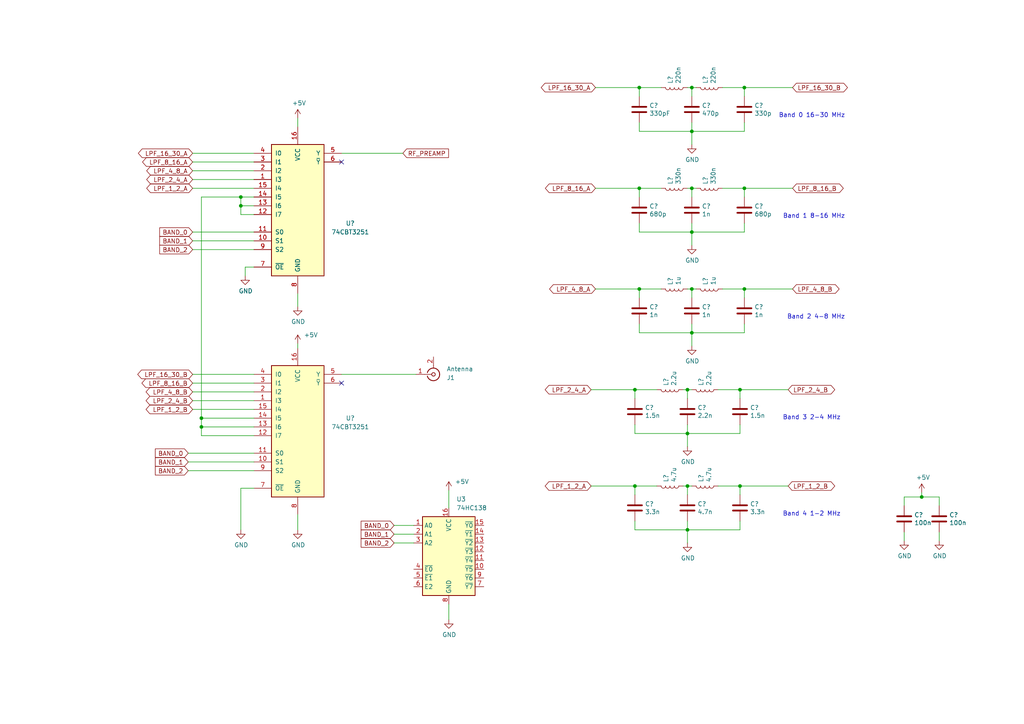
<source format=kicad_sch>
(kicad_sch (version 20231120) (generator "eeschema") (generator_version "8.0")
  (paper "A4")
  (lib_symbols
    (symbol "74xx:74HC138"
      (property "Reference" "U" (at -7.62 13.97 0))
      (property "Value" "74HC138" (at 2.54 -11.43 0))
      (symbol "74HC138_0_1"
        (rectangle (start -7.62 12.7) (end 7.62 -10.16) (stroke (width 0.254)) (fill (type background)))
      )
      (symbol "74HC138_1_1"
        (pin input line (at -10.16 10.16 0) (length 2.54) (name "A0") (number "1"))
        (pin output line (at 10.16 -2.54 180) (length 2.54) (name "~{Y5}") (number "10"))
        (pin output line (at 10.16 0 180) (length 2.54) (name "~{Y4}") (number "11"))
        (pin output line (at 10.16 2.54 180) (length 2.54) (name "~{Y3}") (number "12"))
        (pin output line (at 10.16 5.08 180) (length 2.54) (name "~{Y2}") (number "13"))
        (pin output line (at 10.16 7.62 180) (length 2.54) (name "~{Y1}") (number "14"))
        (pin output line (at 10.16 10.16 180) (length 2.54) (name "~{Y0}") (number "15"))
        (pin power_in line (at 0 15.24 270) (length 2.54) (name "VCC") (number "16"))
        (pin input line (at -10.16 7.62 0) (length 2.54) (name "A1") (number "2"))
        (pin input line (at -10.16 5.08 0) (length 2.54) (name "A2") (number "3"))
        (pin input line (at -10.16 -2.54 0) (length 2.54) (name "~{E0}") (number "4"))
        (pin input line (at -10.16 -5.08 0) (length 2.54) (name "~{E1}") (number "5"))
        (pin input line (at -10.16 -7.62 0) (length 2.54) (name "E2") (number "6"))
        (pin output line (at 10.16 -7.62 180) (length 2.54) (name "~{Y7}") (number "7"))
        (pin power_in line (at 0 -12.7 90) (length 2.54) (name "GND") (number "8"))
        (pin output line (at 10.16 -5.08 180) (length 2.54) (name "~{Y6}") (number "9"))
      )
    )
    (symbol "74xx:74LS251" (pin_names (offset 1.016))
      (property "Reference" "U" (at -7.62 19.05 0))
      (property "Value" "74LS251" (at -7.62 -21.59 0))
      (symbol "74LS251_1_0"
        (pin input line (at -12.7 7.62 0) (length 5.08) (name "I3") (number "1"))
        (pin input line (at -12.7 -10.16 0) (length 5.08) (name "S1") (number "10"))
        (pin input line (at -12.7 -7.62 0) (length 5.08) (name "S0") (number "11"))
        (pin input line (at -12.7 -2.54 0) (length 5.08) (name "I7") (number "12"))
        (pin input line (at -12.7 0 0) (length 5.08) (name "I6") (number "13"))
        (pin input line (at -12.7 2.54 0) (length 5.08) (name "I5") (number "14"))
        (pin input line (at -12.7 5.08 0) (length 5.08) (name "I4") (number "15"))
        (pin power_in line (at 0 22.86 270) (length 5.08) (name "VCC") (number "16"))
        (pin input line (at -12.7 10.16 0) (length 5.08) (name "I2") (number "2"))
        (pin input line (at -12.7 12.7 0) (length 5.08) (name "I1") (number "3"))
        (pin input line (at -12.7 15.24 0) (length 5.08) (name "I0") (number "4"))
        (pin tri_state line (at 12.7 15.24 180) (length 5.08) (name "Y") (number "5"))
        (pin tri_state line (at 12.7 12.7 180) (length 5.08) (name "~{Y}") (number "6"))
        (pin input line (at -12.7 -17.78 0) (length 5.08) (name "~{OE}") (number "7"))
        (pin power_in line (at 0 -25.4 90) (length 5.08) (name "GND") (number "8"))
        (pin input line (at -12.7 -12.7 0) (length 5.08) (name "S2") (number "9"))
      )
      (symbol "74LS251_1_1"
        (rectangle (start -7.62 17.78) (end 7.62 -20.32) (stroke (width 0.254)) (fill (type background)))
      )
    )
    (symbol "Connector:Conn_Coaxial" (pin_names (offset 1.016) hide)
      (property "Reference" "J" (at 0.254 3.048 0))
      (property "Value" "Conn_Coaxial" (at 2.921 0 90))
      (symbol "Conn_Coaxial_0_1"
        (arc (start -1.778 -0.508) (mid 0.2311 -1.8066) (end 1.778 0) (stroke (width 0.254)))
        (polyline (pts (xy -2.54 0) (xy -0.508 0)))
        (polyline (pts (xy 0 -2.54) (xy 0 -1.778)))
        (circle (center 0 0) (radius 0.508) (stroke (width 0.2032)))
        (arc (start 1.778 0) (mid 0.2099 1.8101) (end -1.778 0.508) (stroke (width 0.254)))
      )
      (symbol "Conn_Coaxial_1_1"
        (pin passive line (at -5.08 0 0) (length 2.54) (name "In") (number "1"))
        (pin passive line (at 0 -5.08 90) (length 2.54) (name "Ext") (number "2"))
      )
    )
    (symbol "Device:C" (pin_numbers hide) (pin_names (offset 0.254))
      (property "Reference" "C" (at 0.635 2.54 0))
      (property "Value" "C" (at 0.635 -2.54 0))
      (symbol "C_0_1"
        (polyline (pts (xy -2.032 -0.762) (xy 2.032 -0.762)) (stroke (width 0.508)))
        (polyline (pts (xy -2.032 0.762) (xy 2.032 0.762)) (stroke (width 0.508)))
      )
      (symbol "C_1_1"
        (pin passive line (at 0 3.81 270) (length 2.794) (name "~") (number "1"))
        (pin passive line (at 0 -3.81 90) (length 2.794) (name "~") (number "2"))
      )
    )
    (symbol "Device:L" (pin_numbers hide) (pin_names (offset 1.016) hide)
      (property "Reference" "L" (at -1.27 0 90))
      (property "Value" "L" (at 1.905 0 90))
      (symbol "L_0_1"
        (arc (start 0 -2.54) (mid 0.6323 -1.905) (end 0 -1.27))
        (arc (start 0 -1.27) (mid 0.6323 -0.635) (end 0 0))
        (arc (start 0 0) (mid 0.6323 0.635) (end 0 1.27))
        (arc (start 0 1.27) (mid 0.6323 1.905) (end 0 2.54))
      )
      (symbol "L_1_1"
        (pin passive line (at 0 3.81 270) (length 1.27) (name "1") (number "1"))
        (pin passive line (at 0 -3.81 90) (length 1.27) (name "2") (number "2"))
      )
    )
    (symbol "power:+5V" (power) (pin_names (offset 0))
      (property "Value" "+5V" (at 0 3.556 0))
      (symbol "+5V_0_1"
        (polyline (pts (xy -0.762 1.27) (xy 0 2.54)))
        (polyline (pts (xy 0 0) (xy 0 2.54)))
        (polyline (pts (xy 0 2.54) (xy 0.762 1.27)))
      )
      (symbol "+5V_1_1"
        (pin power_in line (at 0 0 90) (length 0) hide (name "+5V") (number "1"))
      )
    )
    (symbol "power:GND" (power) (pin_names (offset 0))
      (property "Value" "GND" (at 0 -3.81 0))
      (symbol "GND_0_1"
        (polyline (pts (xy 0 0) (xy 0 -1.27) (xy 1.27 -1.27) (xy 0 -2.54) (xy -1.27 -1.27) (xy 0 -1.27)))
      )
      (symbol "GND_1_1"
        (pin power_in line (at 0 0 270) (length 0) hide (name "GND") (number "1"))
      )
    )
  )
  (junction (at 185.42 54.61))
  (junction (at 200.66 25.4))
  (junction (at 184.15 140.97))
  (junction (at 200.66 38.1))
  (junction (at 200.66 96.52))
  (junction (at 184.15 113.03))
  (junction (at 185.42 83.82))
  (junction (at 199.39 113.03))
  (junction (at 199.39 153.67))
  (junction (at 200.66 67.31))
  (junction (at 200.66 83.82))
  (junction (at 58.42 123.825))
  (junction (at 58.42 121.285))
  (junction (at 215.9 25.4))
  (junction (at 267.335 144.145))
  (junction (at 69.85 59.69))
  (junction (at 185.42 25.4))
  (junction (at 200.66 54.61))
  (junction (at 214.63 113.03))
  (junction (at 199.39 125.73))
  (junction (at 215.9 83.82))
  (junction (at 69.85 57.15))
  (junction (at 214.63 140.97))
  (junction (at 215.9 54.61))
  (junction (at 199.39 140.97))
  (no_connect (at 99.06 111.125))
  (no_connect (at 99.06 46.99))
  (wire (pts (xy 200.66 25.4) (xy 200.66 27.94)))
  (wire (pts (xy 71.12 80.01) (xy 71.12 77.47)))
  (wire (pts (xy 272.415 154.305) (xy 272.415 156.845)))
  (wire (pts (xy 86.36 85.09) (xy 86.36 88.9)))
  (wire (pts (xy 200.66 83.82) (xy 200.66 86.36)))
  (wire (pts (xy 184.15 151.13) (xy 184.15 153.67)))
  (wire (pts (xy 58.42 121.285) (xy 73.66 121.285)))
  (wire (pts (xy 215.9 35.56) (xy 215.9 38.1)))
  (wire (pts (xy 55.88 54.61) (xy 73.66 54.61)))
  (wire (pts (xy 209.55 54.61) (xy 215.9 54.61)))
  (wire (pts (xy 69.85 141.605) (xy 69.85 153.67)))
  (wire (pts (xy 172.72 54.61) (xy 185.42 54.61)))
  (wire (pts (xy 69.85 141.605) (xy 73.66 141.605)))
  (wire (pts (xy 215.9 54.61) (xy 229.87 54.61)))
  (wire (pts (xy 200.66 64.77) (xy 200.66 67.31)))
  (wire (pts (xy 214.63 123.19) (xy 214.63 125.73)))
  (wire (pts (xy 54.61 136.525) (xy 73.66 136.525)))
  (wire (pts (xy 185.42 38.1) (xy 200.66 38.1)))
  (wire (pts (xy 214.63 113.03) (xy 228.6 113.03)))
  (wire (pts (xy 215.9 54.61) (xy 215.9 57.15)))
  (wire (pts (xy 185.42 67.31) (xy 200.66 67.31)))
  (wire (pts (xy 55.88 46.99) (xy 73.66 46.99)))
  (wire (pts (xy 215.9 25.4) (xy 229.87 25.4)))
  (wire (pts (xy 58.42 126.365) (xy 73.66 126.365)))
  (wire (pts (xy 86.36 149.225) (xy 86.36 153.67)))
  (wire (pts (xy 185.42 64.77) (xy 185.42 67.31)))
  (wire (pts (xy 55.88 113.665) (xy 73.66 113.665)))
  (wire (pts (xy 171.45 140.97) (xy 184.15 140.97)))
  (wire (pts (xy 185.42 54.61) (xy 191.77 54.61)))
  (wire (pts (xy 55.88 118.745) (xy 73.66 118.745)))
  (wire (pts (xy 73.66 59.69) (xy 69.85 59.69)))
  (wire (pts (xy 55.88 69.85) (xy 73.66 69.85)))
  (wire (pts (xy 114.3 154.94) (xy 120.015 154.94)))
  (wire (pts (xy 200.66 67.31) (xy 200.66 71.12)))
  (wire (pts (xy 185.42 83.82) (xy 191.77 83.82)))
  (wire (pts (xy 184.15 125.73) (xy 199.39 125.73)))
  (wire (pts (xy 214.63 140.97) (xy 228.6 140.97)))
  (wire (pts (xy 58.42 123.825) (xy 73.66 123.825)))
  (wire (pts (xy 200.66 54.61) (xy 200.66 57.15)))
  (wire (pts (xy 185.42 54.61) (xy 185.42 57.15)))
  (wire (pts (xy 184.15 140.97) (xy 190.5 140.97)))
  (wire (pts (xy 71.12 77.47) (xy 73.66 77.47)))
  (wire (pts (xy 272.415 146.685) (xy 272.415 144.145)))
  (wire (pts (xy 267.335 142.875) (xy 267.335 144.145)))
  (wire (pts (xy 114.3 157.48) (xy 120.015 157.48)))
  (wire (pts (xy 198.12 113.03) (xy 199.39 113.03)))
  (wire (pts (xy 73.66 108.585) (xy 55.88 108.585)))
  (wire (pts (xy 199.39 83.82) (xy 200.66 83.82)))
  (wire (pts (xy 185.42 25.4) (xy 185.42 27.94)))
  (wire (pts (xy 262.255 144.145) (xy 262.255 146.685)))
  (wire (pts (xy 172.72 25.4) (xy 185.42 25.4)))
  (wire (pts (xy 214.63 151.13) (xy 214.63 153.67)))
  (wire (pts (xy 208.28 140.97) (xy 214.63 140.97)))
  (wire (pts (xy 200.66 54.61) (xy 201.93 54.61)))
  (wire (pts (xy 185.42 25.4) (xy 191.77 25.4)))
  (wire (pts (xy 58.42 123.825) (xy 58.42 121.285)))
  (wire (pts (xy 215.9 93.98) (xy 215.9 96.52)))
  (wire (pts (xy 267.335 144.145) (xy 262.255 144.145)))
  (wire (pts (xy 55.88 111.125) (xy 73.66 111.125)))
  (wire (pts (xy 200.66 93.98) (xy 200.66 96.52)))
  (wire (pts (xy 185.42 93.98) (xy 185.42 96.52)))
  (wire (pts (xy 199.39 125.73) (xy 199.39 129.54)))
  (wire (pts (xy 214.63 140.97) (xy 214.63 143.51)))
  (wire (pts (xy 185.42 83.82) (xy 185.42 86.36)))
  (wire (pts (xy 214.63 113.03) (xy 214.63 115.57)))
  (wire (pts (xy 199.39 140.97) (xy 199.39 143.51)))
  (wire (pts (xy 86.36 34.29) (xy 86.36 36.83)))
  (wire (pts (xy 69.85 57.15) (xy 69.85 59.69)))
  (wire (pts (xy 200.66 67.31) (xy 215.9 67.31)))
  (wire (pts (xy 114.3 152.4) (xy 120.015 152.4)))
  (wire (pts (xy 86.36 99.695) (xy 86.36 100.965)))
  (wire (pts (xy 55.88 44.45) (xy 73.66 44.45)))
  (wire (pts (xy 69.85 59.69) (xy 69.85 62.23)))
  (wire (pts (xy 199.39 153.67) (xy 199.39 157.48)))
  (wire (pts (xy 199.39 151.13) (xy 199.39 153.67)))
  (wire (pts (xy 199.39 153.67) (xy 214.63 153.67)))
  (wire (pts (xy 184.15 123.19) (xy 184.15 125.73)))
  (wire (pts (xy 184.15 113.03) (xy 190.5 113.03)))
  (wire (pts (xy 200.66 96.52) (xy 200.66 100.33)))
  (wire (pts (xy 130.175 175.26) (xy 130.175 179.705)))
  (wire (pts (xy 199.39 113.03) (xy 200.66 113.03)))
  (wire (pts (xy 99.06 108.585) (xy 120.65 108.585)))
  (wire (pts (xy 215.9 25.4) (xy 215.9 27.94)))
  (wire (pts (xy 199.39 125.73) (xy 214.63 125.73)))
  (wire (pts (xy 55.88 49.53) (xy 73.66 49.53)))
  (wire (pts (xy 215.9 83.82) (xy 229.87 83.82)))
  (wire (pts (xy 185.42 35.56) (xy 185.42 38.1)))
  (wire (pts (xy 200.66 96.52) (xy 215.9 96.52)))
  (wire (pts (xy 215.9 83.82) (xy 215.9 86.36)))
  (wire (pts (xy 262.255 154.305) (xy 262.255 156.845)))
  (wire (pts (xy 209.55 83.82) (xy 215.9 83.82)))
  (wire (pts (xy 172.72 83.82) (xy 185.42 83.82)))
  (wire (pts (xy 200.66 38.1) (xy 200.66 41.91)))
  (wire (pts (xy 199.39 54.61) (xy 200.66 54.61)))
  (wire (pts (xy 198.12 140.97) (xy 199.39 140.97)))
  (wire (pts (xy 73.66 62.23) (xy 69.85 62.23)))
  (wire (pts (xy 199.39 113.03) (xy 199.39 115.57)))
  (wire (pts (xy 55.88 52.07) (xy 73.66 52.07)))
  (wire (pts (xy 130.175 142.24) (xy 130.175 147.32)))
  (wire (pts (xy 54.61 131.445) (xy 73.66 131.445)))
  (wire (pts (xy 55.88 116.205) (xy 73.66 116.205)))
  (wire (pts (xy 73.66 57.15) (xy 69.85 57.15)))
  (wire (pts (xy 200.66 38.1) (xy 215.9 38.1)))
  (wire (pts (xy 99.06 44.45) (xy 116.84 44.45)))
  (wire (pts (xy 215.9 64.77) (xy 215.9 67.31)))
  (wire (pts (xy 209.55 25.4) (xy 215.9 25.4)))
  (wire (pts (xy 200.66 25.4) (xy 201.93 25.4)))
  (wire (pts (xy 199.39 123.19) (xy 199.39 125.73)))
  (wire (pts (xy 58.42 126.365) (xy 58.42 123.825)))
  (wire (pts (xy 184.15 113.03) (xy 184.15 115.57)))
  (wire (pts (xy 58.42 57.15) (xy 69.85 57.15)))
  (wire (pts (xy 272.415 144.145) (xy 267.335 144.145)))
  (wire (pts (xy 184.15 153.67) (xy 199.39 153.67)))
  (wire (pts (xy 58.42 57.15) (xy 58.42 121.285)))
  (wire (pts (xy 200.66 35.56) (xy 200.66 38.1)))
  (wire (pts (xy 200.66 83.82) (xy 201.93 83.82)))
  (wire (pts (xy 199.39 25.4) (xy 200.66 25.4)))
  (wire (pts (xy 55.88 67.31) (xy 73.66 67.31)))
  (wire (pts (xy 54.61 133.985) (xy 73.66 133.985)))
  (wire (pts (xy 208.28 113.03) (xy 214.63 113.03)))
  (wire (pts (xy 171.45 113.03) (xy 184.15 113.03)))
  (wire (pts (xy 199.39 140.97) (xy 200.66 140.97)))
  (wire (pts (xy 185.42 96.52) (xy 200.66 96.52)))
  (wire (pts (xy 184.15 140.97) (xy 184.15 143.51)))
  (wire (pts (xy 55.88 72.39) (xy 73.66 72.39)))
  (text "Band 2 4-8 MHz" (at 245.11 92.71 0) (effects (font (size 1.27 1.27)) (justify right bottom)))
  (text "Band 4 1-2 MHz" (at 243.84 149.86 0) (effects (font (size 1.27 1.27)) (justify right bottom)))
  (text "Band 1 8-16 MHz" (at 245.11 63.5 0) (effects (font (size 1.27 1.27)) (justify right bottom)))
  (text "Band 3 2-4 MHz" (at 243.84 121.92 0) (effects (font (size 1.27 1.27)) (justify right bottom)))
  (text "Band 0 16-30 MHz" (at 245.11 34.29 0) (effects (font (size 1.27 1.27)) (justify right bottom)))
  (global_label "BAND_0" (shape input) (at 54.61 131.445 180) (property "Intersheetrefs" "${INTERSHEET_REFS}" (effects (hide yes))))
  (global_label "LPF_16_30_B" (shape bidirectional) (at 229.87 25.4 0) (property "Intersheetrefs" "${INTERSHEET_REFS}" (effects (hide yes))))
  (global_label "BAND_1" (shape input) (at 54.61 133.985 180) (property "Intersheetrefs" "${INTERSHEET_REFS}" (effects (hide yes))))
  (global_label "BAND_2" (shape input) (at 114.3 157.48 180) (property "Intersheetrefs" "${INTERSHEET_REFS}" (effects (hide yes))))
  (global_label "LPF_4_8_B" (shape bidirectional) (at 229.87 83.82 0) (property "Intersheetrefs" "${INTERSHEET_REFS}" (effects (hide yes))))
  (global_label "LPF_1_2_A" (shape bidirectional) (at 171.45 140.97 180) (property "Intersheetrefs" "${INTERSHEET_REFS}" (effects (hide yes))))
  (global_label "RF_PREAMP" (shape input) (at 116.84 44.45 0) (property "Intersheetrefs" "${INTERSHEET_REFS}" (effects (hide yes))))
  (global_label "BAND_1" (shape input) (at 55.88 69.85 180) (property "Intersheetrefs" "${INTERSHEET_REFS}" (effects (hide yes))))
  (global_label "LPF_8_16_A" (shape bidirectional) (at 172.72 54.61 180) (property "Intersheetrefs" "${INTERSHEET_REFS}" (effects (hide yes))))
  (global_label "LPF_2_4_B" (shape bidirectional) (at 55.88 116.205 180) (property "Intersheetrefs" "${INTERSHEET_REFS}" (effects (hide yes))))
  (global_label "BAND_0" (shape input) (at 55.88 67.31 180) (property "Intersheetrefs" "${INTERSHEET_REFS}" (effects (hide yes))))
  (global_label "LPF_8_16_A" (shape bidirectional) (at 55.88 46.99 180) (property "Intersheetrefs" "${INTERSHEET_REFS}" (effects (hide yes))))
  (global_label "LPF_16_30_A" (shape bidirectional) (at 172.72 25.4 180) (property "Intersheetrefs" "${INTERSHEET_REFS}" (effects (hide yes))))
  (global_label "LPF_2_4_B" (shape bidirectional) (at 228.6 113.03 0) (property "Intersheetrefs" "${INTERSHEET_REFS}" (effects (hide yes))))
  (global_label "BAND_2" (shape input) (at 54.61 136.525 180) (property "Intersheetrefs" "${INTERSHEET_REFS}" (effects (hide yes))))
  (global_label "LPF_8_16_B" (shape bidirectional) (at 55.88 111.125 180) (property "Intersheetrefs" "${INTERSHEET_REFS}" (effects (hide yes))))
  (global_label "LPF_4_8_A" (shape bidirectional) (at 55.88 49.53 180) (property "Intersheetrefs" "${INTERSHEET_REFS}" (effects (hide yes))))
  (global_label "LPF_4_8_B" (shape bidirectional) (at 55.88 113.665 180) (property "Intersheetrefs" "${INTERSHEET_REFS}" (effects (hide yes))))
  (global_label "LPF_16_30_B" (shape bidirectional) (at 55.88 108.585 180) (property "Intersheetrefs" "${INTERSHEET_REFS}" (effects (hide yes))))
  (global_label "BAND_0" (shape input) (at 114.3 152.4 180) (property "Intersheetrefs" "${INTERSHEET_REFS}" (effects (hide yes))))
  (global_label "LPF_4_8_A" (shape bidirectional) (at 172.72 83.82 180) (property "Intersheetrefs" "${INTERSHEET_REFS}" (effects (hide yes))))
  (global_label "LPF_1_2_B" (shape bidirectional) (at 228.6 140.97 0) (property "Intersheetrefs" "${INTERSHEET_REFS}" (effects (hide yes))))
  (global_label "LPF_16_30_A" (shape bidirectional) (at 55.88 44.45 180) (property "Intersheetrefs" "${INTERSHEET_REFS}" (effects (hide yes))))
  (global_label "BAND_2" (shape input) (at 55.88 72.39 180) (property "Intersheetrefs" "${INTERSHEET_REFS}" (effects (hide yes))))
  (global_label "LPF_1_2_A" (shape bidirectional) (at 55.88 54.61 180) (property "Intersheetrefs" "${INTERSHEET_REFS}" (effects (hide yes))))
  (global_label "BAND_1" (shape input) (at 114.3 154.94 180) (property "Intersheetrefs" "${INTERSHEET_REFS}" (effects (hide yes))))
  (global_label "LPF_2_4_A" (shape bidirectional) (at 55.88 52.07 180) (property "Intersheetrefs" "${INTERSHEET_REFS}" (effects (hide yes))))
  (global_label "LPF_1_2_B" (shape bidirectional) (at 55.88 118.745 180) (property "Intersheetrefs" "${INTERSHEET_REFS}" (effects (hide yes))))
  (global_label "LPF_8_16_B" (shape bidirectional) (at 229.87 54.61 0) (property "Intersheetrefs" "${INTERSHEET_REFS}" (effects (hide yes))))
  (global_label "LPF_2_4_A" (shape bidirectional) (at 171.45 113.03 180) (property "Intersheetrefs" "${INTERSHEET_REFS}" (effects (hide yes))))
  (symbol (lib_id "power:GND") (at 272.415 156.845 0) (unit 1)
    (property "Reference" "#PWR?" (effects (hide yes)))
    (property "Value" "GND" (at 272.542 161.2392 0))
    (instances (project "RADIO" (path "" (reference "#PWR?") (unit 1))) (project "SDR_PreAmp_Filter" (path "" (reference "#PWR011") (unit 1))))
  )
  (symbol (lib_id "power:GND") (at 130.175 179.705 0) (unit 1)
    (property "Reference" "#PWR017" (effects (hide yes)))
    (property "Value" "GND" (at 130.302 184.0992 0))
  )
  (symbol (lib_id "Device:L") (at 194.31 140.97 270) (unit 1)
    (property "Reference" "L?" (at 193.167 139.8778 0) (effects (justify right)))
    (property "Value" "4.7u" (at 195.453 139.8778 0) (effects (justify right)))
    (property "Footprint" "Inductor_SMD:L_0805_2012Metric_Pad1.05x1.20mm_HandSolder" (effects (hide yes)))
    (instances (project "RADIO" (path "" (reference "L?") (unit 1))) (project "SDR_PreAmp_Filter" (path "" (reference "L8") (unit 1))))
  )
  (symbol (lib_id "power:+5V") (at 86.36 34.29 0) (unit 1)
    (property "Reference" "#PWR?" (effects (hide yes)))
    (property "Value" "+5V" (at 86.741 29.8958 0))
    (instances (project "RADIO" (path "" (reference "#PWR?") (unit 1))) (project "SDR_PreAmp_Filter" (path "" (reference "#PWR03") (unit 1))))
  )
  (symbol (lib_id "Device:C") (at 184.15 147.32 180) (unit 1)
    (property "Reference" "C?" (at 187.071 146.177 0) (effects (justify right)))
    (property "Value" "3.3n" (at 187.071 148.463 0) (effects (justify right)))
    (property "Footprint" "Capacitor_SMD:C_0805_2012Metric" (effects (hide yes)))
    (instances (project "RADIO" (path "" (reference "C?") (unit 1))) (project "SDR_PreAmp_Filter" (path "" (reference "C36") (unit 1))))
  )
  (symbol (lib_id "Device:L") (at 205.74 54.61 270) (unit 1)
    (property "Reference" "L?" (at 204.597 53.5178 0) (effects (justify right)))
    (property "Value" "330n" (at 206.883 53.5178 0) (effects (justify right)))
    (property "Footprint" "Inductor_SMD:L_0805_2012Metric_Pad1.05x1.20mm_HandSolder" (effects (hide yes)))
    (instances (project "RADIO" (path "" (reference "L?") (unit 1))) (project "SDR_PreAmp_Filter" (path "" (reference "L2") (unit 1))))
  )
  (symbol (lib_id "power:GND") (at 199.39 157.48 0) (unit 1)
    (property "Reference" "#PWR?" (effects (hide yes)))
    (property "Value" "GND" (at 199.517 161.8742 0))
    (instances (project "RADIO" (path "" (reference "#PWR?") (unit 1))) (project "SDR_PreAmp_Filter" (path "" (reference "#PWR032") (unit 1))))
  )
  (symbol (lib_id "power:GND") (at 200.66 71.12 0) (unit 1)
    (property "Reference" "#PWR?" (effects (hide yes)))
    (property "Value" "GND" (at 200.787 75.5142 0))
    (instances (project "RADIO" (path "" (reference "#PWR?") (unit 1))) (project "SDR_PreAmp_Filter" (path "" (reference "#PWR013") (unit 1))))
  )
  (symbol (lib_id "Device:C") (at 214.63 147.32 180) (unit 1)
    (property "Reference" "C?" (at 217.551 146.177 0) (effects (justify right)))
    (property "Value" "3.3n" (at 217.551 148.463 0) (effects (justify right)))
    (property "Footprint" "Capacitor_SMD:C_0805_2012Metric" (effects (hide yes)))
    (instances (project "RADIO" (path "" (reference "C?") (unit 1))) (project "SDR_PreAmp_Filter" (path "" (reference "C38") (unit 1))))
  )
  (symbol (lib_id "Device:C") (at 215.9 31.75 180) (unit 1)
    (property "Reference" "C?" (at 218.821 30.607 0) (effects (justify right)))
    (property "Value" "330p" (at 218.821 32.893 0) (effects (justify right)))
    (property "Footprint" "Capacitor_SMD:C_0805_2012Metric" (effects (hide yes)))
    (instances (project "RADIO" (path "" (reference "C?") (unit 1))) (project "SDR_PreAmp_Filter" (path "" (reference "C16") (unit 1))))
  )
  (symbol (lib_id "Device:C") (at 200.66 90.17 180) (unit 1)
    (property "Reference" "C?" (at 203.581 89.027 0) (effects (justify right)))
    (property "Value" "1n" (at 203.581 91.313 0) (effects (justify right)))
    (property "Footprint" "Capacitor_SMD:C_0805_2012Metric" (effects (hide yes)))
    (instances (project "RADIO" (path "" (reference "C?") (unit 1))) (project "SDR_PreAmp_Filter" (path "" (reference "C14") (unit 1))))
  )
  (symbol (lib_id "Connector:Conn_Coaxial") (at 125.73 108.585 0) (mirror x) (unit 1)
    (property "Reference" "J1" (at 129.54 109.5618 0) (effects (justify left)))
    (property "Value" "Antenna" (at 129.54 107.0218 0) (effects (justify left)))
    (property "Footprint" "Connector_Coaxial:SMA_Samtec_SMA-J-P-X-ST-EM1_EdgeMount" (effects (hide yes)))
  )
  (symbol (lib_id "Device:L") (at 204.47 140.97 270) (unit 1)
    (property "Reference" "L?" (at 203.327 139.8778 0) (effects (justify right)))
    (property "Value" "4.7u" (at 205.613 139.8778 0) (effects (justify right)))
    (property "Footprint" "Inductor_SMD:L_0805_2012Metric_Pad1.05x1.20mm_HandSolder" (effects (hide yes)))
    (instances (project "RADIO" (path "" (reference "L?") (unit 1))) (project "SDR_PreAmp_Filter" (path "" (reference "L9") (unit 1))))
  )
  (symbol (lib_id "Device:L") (at 194.31 113.03 270) (unit 1)
    (property "Reference" "L?" (at 193.167 111.9378 0) (effects (justify right)))
    (property "Value" "2.2u" (at 195.453 111.9378 0) (effects (justify right)))
    (property "Footprint" "Inductor_SMD:L_0805_2012Metric_Pad1.05x1.20mm_HandSolder" (effects (hide yes)))
    (instances (project "RADIO" (path "" (reference "L?") (unit 1))) (project "SDR_PreAmp_Filter" (path "" (reference "L6") (unit 1))))
  )
  (symbol (lib_id "Device:L") (at 195.58 83.82 270) (unit 1)
    (property "Reference" "L?" (at 194.437 82.7278 0) (effects (justify right)))
    (property "Value" "1u" (at 196.723 82.7278 0) (effects (justify right)))
    (property "Footprint" "Inductor_SMD:L_0805_2012Metric_Pad1.05x1.20mm_HandSolder" (effects (hide yes)))
    (instances (project "RADIO" (path "" (reference "L?") (unit 1))) (project "SDR_PreAmp_Filter" (path "" (reference "L3") (unit 1))))
  )
  (symbol (lib_id "power:GND") (at 262.255 156.845 0) (unit 1)
    (property "Reference" "#PWR?" (effects (hide yes)))
    (property "Value" "GND" (at 262.382 161.2392 0))
    (instances (project "RADIO" (path "" (reference "#PWR?") (unit 1))) (project "SDR_PreAmp_Filter" (path "" (reference "#PWR09") (unit 1))))
  )
  (symbol (lib_id "power:GND") (at 69.85 153.67 0) (unit 1)
    (property "Reference" "#PWR?" (effects (hide yes)))
    (property "Value" "GND" (at 69.977 158.0642 0))
    (instances (project "RADIO" (path "" (reference "#PWR?") (unit 1))) (project "SDR_PreAmp_Filter" (path "" (reference "#PWR01") (unit 1))))
  )
  (symbol (lib_id "Device:C") (at 214.63 119.38 180) (unit 1)
    (property "Reference" "C?" (at 217.551 118.237 0) (effects (justify right)))
    (property "Value" "1.5n" (at 217.551 120.523 0) (effects (justify right)))
    (property "Footprint" "Capacitor_SMD:C_0805_2012Metric" (effects (hide yes)))
    (instances (project "RADIO" (path "" (reference "C?") (unit 1))) (project "SDR_PreAmp_Filter" (path "" (reference "C22") (unit 1))))
  )
  (symbol (lib_id "Device:L") (at 195.58 25.4 270) (unit 1)
    (property "Reference" "L?" (at 194.437 24.3078 0) (effects (justify right)))
    (property "Value" "220n" (at 196.723 24.3078 0) (effects (justify right)))
    (property "Footprint" "Inductor_SMD:L_0805_2012Metric_Pad1.05x1.20mm_HandSolder" (effects (hide yes)))
    (instances (project "RADIO" (path "" (reference "L?") (unit 1))) (project "SDR_PreAmp_Filter" (path "" (reference "L13") (unit 1))))
  )
  (symbol (lib_id "power:+5V") (at 86.36 99.695 0) (unit 1)
    (property "Reference" "#PWR?" (effects (hide yes)))
    (property "Value" "+5V" (at 90.17 97.155 0))
    (instances (project "RADIO" (path "" (reference "#PWR?") (unit 1))) (project "SDR_PreAmp_Filter" (path "" (reference "#PWR05") (unit 1))))
  )
  (symbol (lib_id "Device:L") (at 204.47 113.03 270) (unit 1)
    (property "Reference" "L?" (at 203.327 111.9378 0) (effects (justify right)))
    (property "Value" "2.2u" (at 205.613 111.9378 0) (effects (justify right)))
    (property "Footprint" "Inductor_SMD:L_0805_2012Metric_Pad1.05x1.20mm_HandSolder" (effects (hide yes)))
    (instances (project "RADIO" (path "" (reference "L?") (unit 1))) (project "SDR_PreAmp_Filter" (path "" (reference "L7") (unit 1))))
  )
  (symbol (lib_id "power:GND") (at 86.36 88.9 0) (unit 1)
    (property "Reference" "#PWR?" (effects (hide yes)))
    (property "Value" "GND" (at 86.487 93.2942 0))
    (instances (project "RADIO" (path "" (reference "#PWR?") (unit 1))) (project "SDR_PreAmp_Filter" (path "" (reference "#PWR04") (unit 1))))
  )
  (symbol (lib_id "power:+5V") (at 130.175 142.24 0) (unit 1)
    (property "Reference" "#PWR016" (effects (hide yes)))
    (property "Value" "+5V" (at 133.985 139.7 0))
  )
  (symbol (lib_id "Device:C") (at 200.66 60.96 180) (unit 1)
    (property "Reference" "C?" (at 203.581 59.817 0) (effects (justify right)))
    (property "Value" "1n" (at 203.581 62.103 0) (effects (justify right)))
    (property "Footprint" "Capacitor_SMD:C_0805_2012Metric" (effects (hide yes)))
    (instances (project "RADIO" (path "" (reference "C?") (unit 1))) (project "SDR_PreAmp_Filter" (path "" (reference "C7") (unit 1))))
  )
  (symbol (lib_id "Device:C") (at 215.9 90.17 180) (unit 1)
    (property "Reference" "C?" (at 218.821 89.027 0) (effects (justify right)))
    (property "Value" "1n" (at 218.821 91.313 0) (effects (justify right)))
    (property "Footprint" "Capacitor_SMD:C_0805_2012Metric" (effects (hide yes)))
    (instances (project "RADIO" (path "" (reference "C?") (unit 1))) (project "SDR_PreAmp_Filter" (path "" (reference "C15") (unit 1))))
  )
  (symbol (lib_id "Device:C") (at 199.39 147.32 180) (unit 1)
    (property "Reference" "C?" (at 202.311 146.177 0) (effects (justify right)))
    (property "Value" "4.7n" (at 202.311 148.463 0) (effects (justify right)))
    (property "Footprint" "Capacitor_SMD:C_0805_2012Metric" (effects (hide yes)))
    (instances (project "RADIO" (path "" (reference "C?") (unit 1))) (project "SDR_PreAmp_Filter" (path "" (reference "C37") (unit 1))))
  )
  (symbol (lib_id "74xx:74HC138") (at 130.175 162.56 0) (unit 1)
    (property "Reference" "U3" (at 132.3691 144.78 0) (effects (justify left)))
    (property "Value" "74HC138" (at 132.3691 147.32 0) (effects (justify left)))
    (property "Footprint" "Package_SO:SSOP-16_5.3x6.2mm_P0.65mm" (effects (hide yes)))
    (property "Datasheet" "http://www.ti.com/lit/ds/symlink/cd74hc238.pdf" (effects (hide yes)))
    (property "Description" "3-to-8 line decoder/multiplexer inverting, DIP-16/SOIC-16/SSOP-16" (effects (hide yes)))
  )
  (symbol (lib_id "Device:C") (at 272.415 150.495 0) (unit 1)
    (property "Reference" "C?" (at 275.336 149.352 0) (effects (justify left)))
    (property "Value" "100n" (at 275.336 151.638 0) (effects (justify left)))
    (property "Footprint" "Capacitor_SMD:C_0805_2012Metric" (effects (hide yes)))
    (instances (project "RADIO" (path "" (reference "C?") (unit 1))) (project "SDR_PreAmp_Filter" (path "" (reference "C3") (unit 1))))
  )
  (symbol (lib_id "Device:C") (at 199.39 119.38 180) (unit 1)
    (property "Reference" "C?" (at 202.311 118.237 0) (effects (justify right)))
    (property "Value" "2.2n" (at 202.311 120.523 0) (effects (justify right)))
    (property "Footprint" "Capacitor_SMD:C_0805_2012Metric" (effects (hide yes)))
    (instances (project "RADIO" (path "" (reference "C?") (unit 1))) (project "SDR_PreAmp_Filter" (path "" (reference "C21") (unit 1))))
  )
  (symbol (lib_id "power:GND") (at 199.39 129.54 0) (unit 1)
    (property "Reference" "#PWR?" (effects (hide yes)))
    (property "Value" "GND" (at 199.517 133.9342 0))
    (instances (project "RADIO" (path "" (reference "#PWR?") (unit 1))) (project "SDR_PreAmp_Filter" (path "" (reference "#PWR015") (unit 1))))
  )
  (symbol (lib_id "Device:L") (at 195.58 54.61 270) (unit 1)
    (property "Reference" "L?" (at 194.437 53.5178 0) (effects (justify right)))
    (property "Value" "330n" (at 196.723 53.5178 0) (effects (justify right)))
    (property "Footprint" "Inductor_SMD:L_0805_2012Metric_Pad1.05x1.20mm_HandSolder" (effects (hide yes)))
    (instances (project "RADIO" (path "" (reference "L?") (unit 1))) (project "SDR_PreAmp_Filter" (path "" (reference "L1") (unit 1))))
  )
  (symbol (lib_id "Device:C") (at 185.42 90.17 180) (unit 1)
    (property "Reference" "C?" (at 188.341 89.027 0) (effects (justify right)))
    (property "Value" "1n" (at 188.341 91.313 0) (effects (justify right)))
    (property "Footprint" "Capacitor_SMD:C_0805_2012Metric" (effects (hide yes)))
    (instances (project "RADIO" (path "" (reference "C?") (unit 1))) (project "SDR_PreAmp_Filter" (path "" (reference "C13") (unit 1))))
  )
  (symbol (lib_id "power:GND") (at 200.66 41.91 0) (unit 1)
    (property "Reference" "#PWR?" (effects (hide yes)))
    (property "Value" "GND" (at 200.787 46.3042 0))
    (instances (project "RADIO" (path "" (reference "#PWR?") (unit 1))) (project "SDR_PreAmp_Filter" (path "" (reference "#PWR012") (unit 1))))
  )
  (symbol (lib_id "Device:L") (at 205.74 83.82 270) (unit 1)
    (property "Reference" "L?" (at 204.597 82.7278 0) (effects (justify right)))
    (property "Value" "1u" (at 206.883 82.7278 0) (effects (justify right)))
    (property "Footprint" "Inductor_SMD:L_0805_2012Metric_Pad1.05x1.20mm_HandSolder" (effects (hide yes)))
    (instances (project "RADIO" (path "" (reference "L?") (unit 1))) (project "SDR_PreAmp_Filter" (path "" (reference "L4") (unit 1))))
  )
  (symbol (lib_id "Device:C") (at 184.15 119.38 180) (unit 1)
    (property "Reference" "C?" (at 187.071 118.237 0) (effects (justify right)))
    (property "Value" "1.5n" (at 187.071 120.523 0) (effects (justify right)))
    (property "Footprint" "Capacitor_SMD:C_0805_2012Metric" (effects (hide yes)))
    (instances (project "RADIO" (path "" (reference "C?") (unit 1))) (project "SDR_PreAmp_Filter" (path "" (reference "C19") (unit 1))))
  )
  (symbol (lib_id "Device:C") (at 185.42 31.75 180) (unit 1)
    (property "Reference" "C?" (at 188.341 30.607 0) (effects (justify right)))
    (property "Value" "330pF" (at 188.341 32.893 0) (effects (justify right)))
    (property "Footprint" "Capacitor_SMD:C_0805_2012Metric" (effects (hide yes)))
    (instances (project "RADIO" (path "" (reference "C?") (unit 1))) (project "SDR_PreAmp_Filter" (path "" (reference "C8") (unit 1))))
  )
  (symbol (lib_id "power:GND") (at 71.12 80.01 0) (unit 1)
    (property "Reference" "#PWR?" (effects (hide yes)))
    (property "Value" "GND" (at 71.247 84.4042 0))
    (instances (project "RADIO" (path "" (reference "#PWR?") (unit 1))) (project "SDR_PreAmp_Filter" (path "" (reference "#PWR02") (unit 1))))
  )
  (symbol (lib_id "Device:C") (at 185.42 60.96 180) (unit 1)
    (property "Reference" "C?" (at 188.341 59.817 0) (effects (justify right)))
    (property "Value" "680p" (at 188.341 62.103 0) (effects (justify right)))
    (property "Footprint" "Capacitor_SMD:C_0805_2012Metric" (effects (hide yes)))
    (instances (project "RADIO" (path "" (reference "C?") (unit 1))) (project "SDR_PreAmp_Filter" (path "" (reference "C6") (unit 1))))
  )
  (symbol (lib_id "74xx:74LS251") (at 86.36 123.825 0) (unit 1)
    (property "Reference" "U?" (at 101.6 121.285 0))
    (property "Value" "74CBT3251" (at 101.6 123.825 0))
    (property "Footprint" "Package_SO:SOIC-16_3.9x9.9mm_P1.27mm" (effects (hide yes)))
    (property "Datasheet" "http://www.ti.com/lit/gpn/sn74LS251" (effects (hide yes)))
    (instances (project "RADIO" (path "" (reference "U?") (unit 1))) (project "SDR_PreAmp_Filter" (path "" (reference "U2") (unit 1))))
  )
  (symbol (lib_id "power:GND") (at 86.36 153.67 0) (unit 1)
    (property "Reference" "#PWR?" (effects (hide yes)))
    (property "Value" "GND" (at 86.487 158.0642 0))
    (instances (project "RADIO" (path "" (reference "#PWR?") (unit 1))) (project "SDR_PreAmp_Filter" (path "" (reference "#PWR06") (unit 1))))
  )
  (symbol (lib_id "Device:C") (at 200.66 31.75 180) (unit 1)
    (property "Reference" "C?" (at 203.581 30.607 0) (effects (justify right)))
    (property "Value" "470p" (at 203.581 32.893 0) (effects (justify right)))
    (property "Footprint" "Capacitor_SMD:C_0805_2012Metric" (effects (hide yes)))
    (instances (project "RADIO" (path "" (reference "C?") (unit 1))) (project "SDR_PreAmp_Filter" (path "" (reference "C12") (unit 1))))
  )
  (symbol (lib_id "Device:L") (at 205.74 25.4 270) (unit 1)
    (property "Reference" "L?" (at 204.597 24.3078 0) (effects (justify right)))
    (property "Value" "220n" (at 206.883 24.3078 0) (effects (justify right)))
    (property "Footprint" "Inductor_SMD:L_0805_2012Metric_Pad1.05x1.20mm_HandSolder" (effects (hide yes)))
    (instances (project "RADIO" (path "" (reference "L?") (unit 1))) (project "SDR_PreAmp_Filter" (path "" (reference "L5") (unit 1))))
  )
  (symbol (lib_id "power:GND") (at 200.66 100.33 0) (unit 1)
    (property "Reference" "#PWR?" (effects (hide yes)))
    (property "Value" "GND" (at 200.787 104.7242 0))
    (instances (project "RADIO" (path "" (reference "#PWR?") (unit 1))) (project "SDR_PreAmp_Filter" (path "" (reference "#PWR014") (unit 1))))
  )
  (symbol (lib_id "Device:C") (at 262.255 150.495 0) (unit 1)
    (property "Reference" "C?" (at 265.176 149.352 0) (effects (justify left)))
    (property "Value" "100n" (at 265.176 151.638 0) (effects (justify left)))
    (property "Footprint" "Capacitor_SMD:C_0805_2012Metric" (effects (hide yes)))
    (instances (project "RADIO" (path "" (reference "C?") (unit 1))) (project "SDR_PreAmp_Filter" (path "" (reference "C2") (unit 1))))
  )
  (symbol (lib_id "Device:C") (at 215.9 60.96 180) (unit 1)
    (property "Reference" "C?" (at 218.821 59.817 0) (effects (justify right)))
    (property "Value" "680p" (at 218.821 62.103 0) (effects (justify right)))
    (property "Footprint" "Capacitor_SMD:C_0805_2012Metric" (effects (hide yes)))
    (instances (project "RADIO" (path "" (reference "C?") (unit 1))) (project "SDR_PreAmp_Filter" (path "" (reference "C9") (unit 1))))
  )
  (symbol (lib_id "74xx:74LS251") (at 86.36 59.69 0) (unit 1)
    (property "Reference" "U?" (at 101.6 64.77 0))
    (property "Value" "74CBT3251" (at 101.6 67.31 0))
    (property "Footprint" "Package_SO:SOIC-16_3.9x9.9mm_P1.27mm" (effects (hide yes)))
    (property "Datasheet" "http://www.ti.com/lit/gpn/sn74LS251" (effects (hide yes)))
    (instances (project "RADIO" (path "" (reference "U?") (unit 1))) (project "SDR_PreAmp_Filter" (path "" (reference "U1") (unit 1))))
  )
  (symbol (lib_id "power:+5V") (at 267.335 142.875 0) (unit 1)
    (property "Reference" "#PWR?" (effects (hide yes)))
    (property "Value" "+5V" (at 267.716 138.4808 0))
    (instances (project "RADIO" (path "" (reference "#PWR?") (unit 1))) (project "SDR_PreAmp_Filter" (path "" (reference "#PWR010") (unit 1))))
  )
)
</source>
